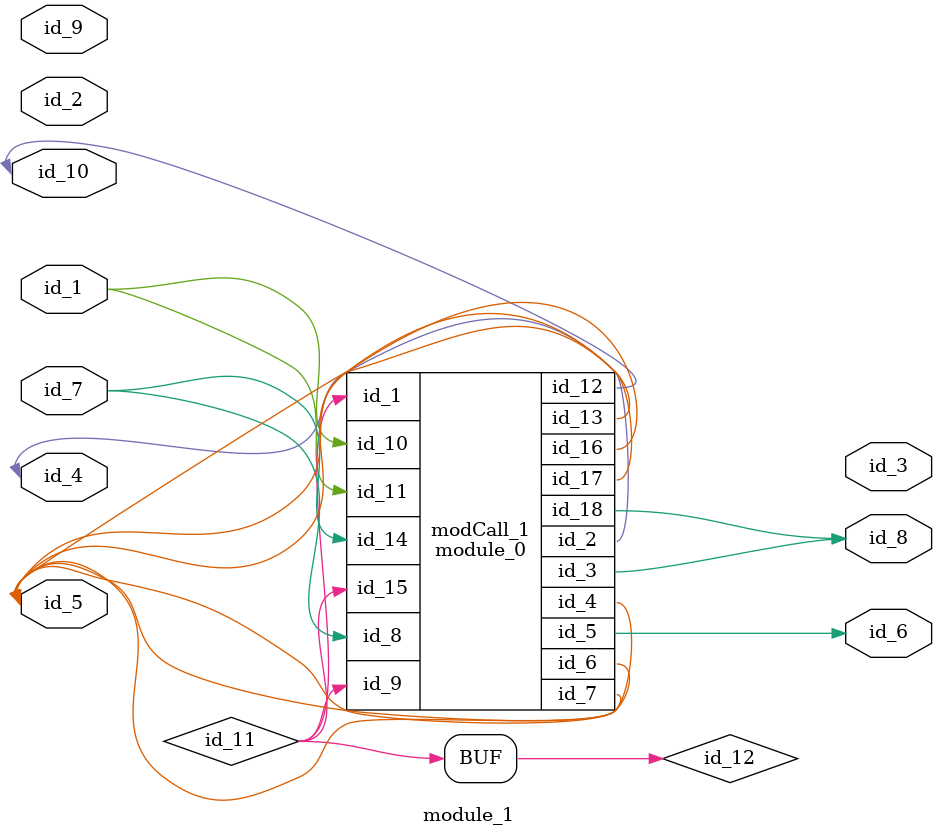
<source format=v>
module module_0 (
    id_1,
    id_2,
    id_3,
    id_4,
    id_5,
    id_6,
    id_7,
    id_8,
    id_9,
    id_10,
    id_11,
    id_12,
    id_13,
    id_14,
    id_15,
    id_16,
    id_17,
    id_18
);
  output wire id_18;
  output wire id_17;
  inout wire id_16;
  input wire id_15;
  input wire id_14;
  inout wire id_13;
  output wire id_12;
  input wire id_11;
  input wire id_10;
  input wire id_9;
  input wire id_8;
  inout wire id_7;
  inout wire id_6;
  output wire id_5;
  output wire id_4;
  output wire id_3;
  output wire id_2;
  input wire id_1;
  specify
    $width(negedge id_19 &&& 1'b0, id_19, id_13);
    (posedge id_20 => (id_21  : $realtime)) = (1  : id_13  : -1, id_13  : 1  : id_9);
  endspecify
endmodule
module module_1 (
    id_1,
    id_2,
    id_3,
    id_4,
    id_5,
    id_6,
    id_7,
    id_8,
    id_9,
    id_10
);
  inout wire id_10;
  inout wire id_9;
  output wire id_8;
  input wire id_7;
  output wire id_6;
  inout wire id_5;
  inout wire id_4;
  output wire id_3;
  input wire id_2;
  input wire id_1;
  wire id_11;
  wire id_12 = id_11;
  module_0 modCall_1 (
      id_11,
      id_4,
      id_8,
      id_5,
      id_6,
      id_5,
      id_5,
      id_7,
      id_12,
      id_1,
      id_1,
      id_10,
      id_5,
      id_7,
      id_11,
      id_5,
      id_5,
      id_8
  );
  wire id_13 = $realtime;
endmodule

</source>
